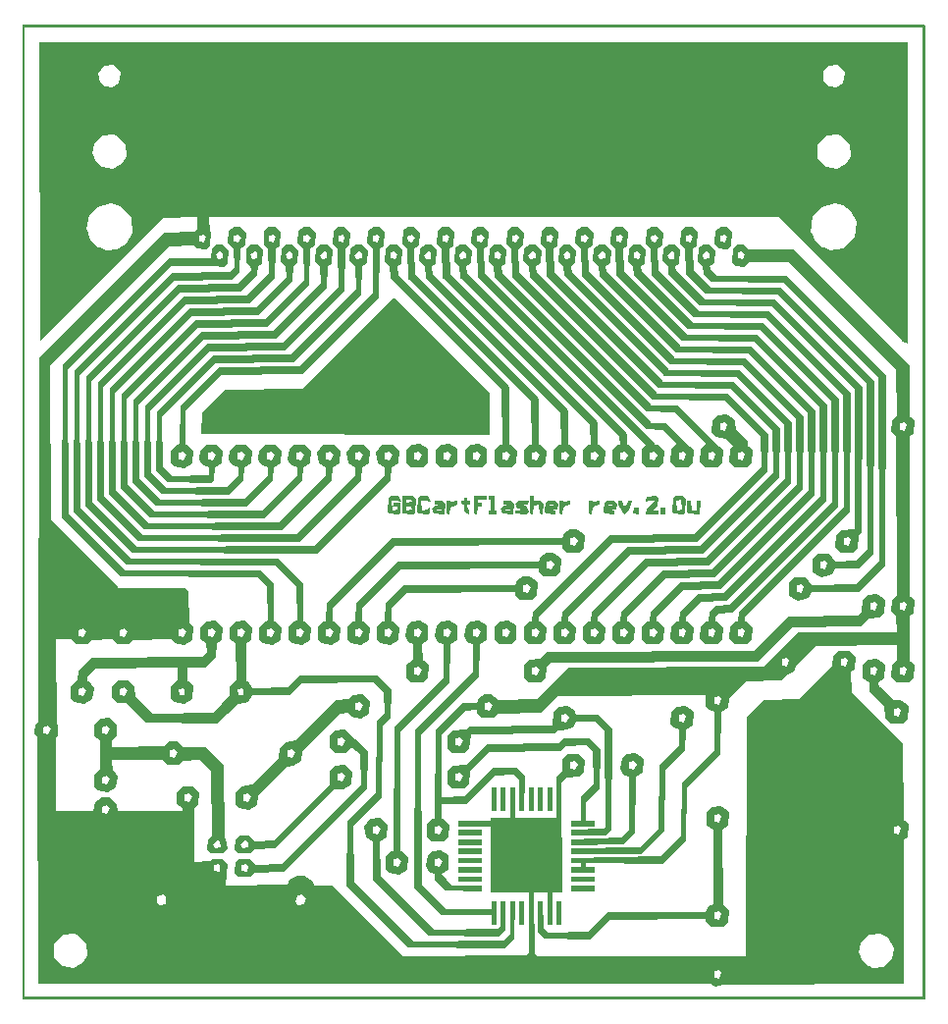
<source format=gbr>
G04 Created by reaConverter (www.reaconverter.com)*
%FSLAX44Y44*%
%MOIN*%
%ADD10C,0.001*%
%LNEXPORT*%
D02*
D10*
%LPD*%
G36*
X57133Y74967D02*
Y74933D01*
X57167D01*
Y41867D01*
X26500D01*
Y74967D01*
X57133D01*
G37*
%LPC*%
G36*
X57067Y74867D02*
X26567D01*
Y41967D01*
X57067D01*
Y74867D01*
G37*
%LPD*%
G36*
X56567Y74367D02*
Y64133D01*
X56400Y64200D01*
X52200Y68433D01*
X32833D01*
X32867Y67933D01*
X32900D01*
X32867Y67433D01*
X32733Y67333D01*
X32400Y67367D01*
X32333Y67467D01*
X31467Y67433D01*
X27433Y63400D01*
X27467Y58133D01*
X27500D01*
X29767Y55833D01*
X32000D01*
X32133Y55733D01*
X32167Y54633D01*
X32200D01*
X32300Y54500D01*
X32267Y54067D01*
X32000Y53900D01*
X31667Y53967D01*
X31567Y54100D01*
X30233Y54067D01*
X30100Y53933D01*
X29733D01*
X29567Y54100D01*
X28833Y54067D01*
X28700Y53933D01*
X28333D01*
X28167Y54100D01*
X27633D01*
X27667Y51200D01*
X27700D01*
Y50800D01*
X27633Y50767D01*
Y48267D01*
X28900D01*
X28967Y48567D01*
X29200Y48733D01*
X29433D01*
X29700Y48500D01*
X29733Y48267D01*
X31933D01*
Y48367D01*
X31733Y48500D01*
Y48900D01*
X31933Y49100D01*
X32300D01*
X32500Y48900D01*
X32467Y48467D01*
X32333Y48367D01*
Y46533D01*
X32867Y46567D01*
X32933Y46633D01*
X33300D01*
X33467Y46433D01*
X33433Y46133D01*
X33400Y45733D01*
X35500Y45767D01*
X35567Y45933D01*
X35833Y46067D01*
X36067D01*
X36367Y45867D01*
X36400Y45733D01*
X37033D01*
X39433Y43333D01*
X43600Y43367D01*
X43700Y43467D01*
Y45500D01*
X42400D01*
Y47733D01*
X41300D01*
Y47933D01*
X42400D01*
Y48033D01*
X43067D01*
Y49067D01*
X43233D01*
Y48033D01*
X44633D01*
Y49433D01*
X44833Y49600D01*
Y50033D01*
X45000Y50200D01*
X45400D01*
X45600Y50000D01*
X45567Y49567D01*
X45400Y49433D01*
X44967Y49400D01*
X44800Y49233D01*
X44833Y45500D01*
X44500D01*
Y44400D01*
X44333D01*
Y45500D01*
X43867D01*
X43900Y43400D01*
X43933D01*
X43967Y43333D01*
X51067D01*
X51100Y51467D01*
X51700Y52033D01*
X52867Y52067D01*
X54000Y53200D01*
X54033Y53533D01*
X54200Y53700D01*
X54600D01*
X54800Y53500D01*
X54767Y53067D01*
X54633Y53000D01*
X54667Y52267D01*
X54700D01*
X56400Y50567D01*
X56433Y47933D01*
X56500D01*
X56600Y47800D01*
X56567Y47367D01*
X56433Y47300D01*
Y42400D01*
X50300Y42367D01*
X50033Y42300D01*
X49867Y42400D01*
X27033D01*
X27000Y50767D01*
X26900Y50900D01*
X26933Y51200D01*
X27033Y51300D01*
X27067Y63667D01*
X31300Y67900D01*
X32333Y67933D01*
X32433Y68033D01*
Y68433D01*
X31300Y68400D01*
X27100Y64233D01*
X27067Y74367D01*
X56567D01*
G37*
%LPC*%
G36*
X50167Y42867D02*
X50000Y42833D01*
Y42600D01*
X50033D01*
X50167Y42567D01*
X50233Y42800D01*
X50167Y42867D01*
G37*
%LPC*%
G36*
X55633Y44100D02*
X55267Y44067D01*
X54967Y43800D01*
X54900Y43433D01*
X54933D01*
X55000Y43200D01*
X55033D01*
X55200Y43000D01*
X55267D01*
X55367Y42933D01*
X55733Y42967D01*
X56033Y43233D01*
X56100Y43600D01*
X55900Y43967D01*
X55633Y44100D01*
G37*
%LPC*%
G36*
X28267Y44100D02*
X27867Y44067D01*
X27567Y43767D01*
Y43267D01*
X27600D01*
X27833Y43000D01*
X27900D01*
X28233Y42933D01*
X28567Y43133D01*
X28700Y43367D01*
X28667Y43767D01*
X28367Y44067D01*
X28267Y44100D01*
G37*
%LPD*%
G36*
X45933Y45733D02*
Y45533D01*
X45133D01*
Y45733D01*
X45933D01*
G37*
%LPC*%
G36*
X36000Y45433D02*
X35833Y45400D01*
X35767Y45167D01*
X35800D01*
X35833Y45067D01*
X36067Y45100D01*
X36133Y45300D01*
X36000Y45433D01*
G37*
%LPC*%
G36*
X31300Y45433D02*
X31067Y45367D01*
Y45133D01*
X31100D01*
X31133Y45067D01*
X31367Y45100D01*
Y45367D01*
X31300Y45433D01*
G37*
%LPD*%
G36*
X50200Y48433D02*
X50433Y48300D01*
X50500Y48200D01*
X50467Y47767D01*
X50267Y47633D01*
X50300Y45067D01*
X50333D01*
X50500Y44900D01*
X50467Y44467D01*
X50300Y44333D01*
X49900D01*
X49700Y44533D01*
Y44600D01*
X46433Y44567D01*
X45800Y43900D01*
X44200Y43933D01*
X44000Y44167D01*
Y45200D01*
X44167D01*
X44200Y44267D01*
X44233D01*
X44333Y44133D01*
X45700Y44167D01*
X46367Y44833D01*
X49700D01*
X49800Y45033D01*
X49967Y45100D01*
Y47633D01*
X49733Y47767D01*
Y48233D01*
X49900Y48400D01*
X50200Y48433D01*
G37*
%LPC*%
G36*
X50167Y44867D02*
X50000Y44833D01*
Y44600D01*
X50033D01*
X50167Y44567D01*
X50233Y44800D01*
X50167Y44867D01*
G37*
%LPD*%
G36*
X44800Y45200D02*
Y44400D01*
X44633D01*
Y45200D01*
X44800D01*
G37*
%LPD*%
G36*
X43533Y45200D02*
Y44400D01*
X43367D01*
Y45200D01*
X43533D01*
G37*
%LPD*%
G36*
X42100Y46667D02*
Y46500D01*
X41300D01*
Y46667D01*
X42100D01*
G37*
%LPD*%
G36*
X41000Y54733D02*
X41267Y54567D01*
Y54067D01*
X41033Y53933D01*
X41000Y52600D01*
X39333Y50967D01*
Y46900D01*
X39400D01*
X39600Y46700D01*
X39567Y46267D01*
X39300Y46100D01*
X38967Y46167D01*
X38833Y46300D01*
Y46733D01*
X39000Y46900D01*
X39100D01*
X39133Y51133D01*
X40800Y52767D01*
Y53933D01*
X40600Y54000D01*
X40500Y54200D01*
X40567Y54567D01*
X40700Y54700D01*
X41000Y54733D01*
G37*
%LPC*%
G36*
X39267Y46667D02*
X39100Y46633D01*
Y46400D01*
X39167D01*
X39267Y46367D01*
X39367Y46567D01*
X39267Y46667D01*
G37*
%LPD*%
G36*
X40700Y46933D02*
X40967Y46767D01*
Y46267D01*
X40733Y46133D01*
X41067Y45733D01*
X42100D01*
Y45533D01*
X40867Y45567D01*
X40500Y45933D01*
Y46133D01*
X40300Y46200D01*
X40200Y46400D01*
X40267Y46767D01*
X40400Y46900D01*
X40700Y46933D01*
G37*
%LPC*%
G36*
X40667Y46667D02*
X40500Y46633D01*
Y46400D01*
X40533D01*
X40667Y46367D01*
X40767Y46567D01*
X40667Y46667D01*
G37*
%LPD*%
G36*
X37433Y51033D02*
X37700Y50800D01*
X37767Y50700D01*
X37833D01*
X38233Y50267D01*
X38200Y49000D01*
X35367Y46200D01*
X34367Y46167D01*
X34267Y46033D01*
X33833D01*
X33700Y46167D01*
X33733Y46533D01*
X33867Y46633D01*
X34233D01*
X34400Y46433D01*
X35300Y46467D01*
X38000Y49167D01*
X37967Y50200D01*
X37667Y50433D01*
X37500Y50233D01*
X37133D01*
X36933Y50400D01*
Y50833D01*
X37100Y51000D01*
X37433Y51033D01*
G37*
%LPC*%
G36*
X34100Y46467D02*
X33933Y46433D01*
Y46233D01*
X33967D01*
X34133Y46200D01*
X34167Y46367D01*
X34100Y46467D01*
G37*
%LPC*%
G36*
X33167Y46467D02*
X33000Y46433D01*
Y46233D01*
X33033D01*
X33200Y46200D01*
Y46433D01*
X33167Y46467D01*
G37*
%LPD*%
G36*
X42100Y46367D02*
Y46167D01*
X41300D01*
Y46367D01*
X42100D01*
G37*
%LPD*%
G36*
X45933Y46033D02*
Y45867D01*
X45133D01*
Y46033D01*
X45933D01*
G37*
%LPD*%
G36*
X42100Y46033D02*
Y45867D01*
X41300D01*
Y46033D01*
X42100D01*
G37*
%LPD*%
G36*
X38633Y48033D02*
X38900Y47800D01*
X38867Y47367D01*
X38633Y47233D01*
X38667Y46033D01*
X38700D01*
X40467Y44233D01*
X42633Y44267D01*
X42733Y44367D01*
Y45200D01*
X42900D01*
Y44233D01*
X42700Y44000D01*
X40300Y44033D01*
X38400Y45933D01*
Y47233D01*
X38167Y47367D01*
X38100Y47733D01*
X38300Y48000D01*
X38633Y48033D01*
G37*
%LPC*%
G36*
X38567Y47767D02*
X38400Y47733D01*
Y47500D01*
X38467D01*
X38567Y47467D01*
X38667Y47667D01*
X38567Y47767D01*
G37*
%LPC*%
G36*
X56267Y47767D02*
X56100Y47733D01*
Y47500D01*
X56133D01*
X56267Y47467D01*
X56333Y47700D01*
X56267Y47767D01*
G37*
%LPD*%
G36*
X51000Y67500D02*
X51167Y67333D01*
X52700D01*
X56633Y63400D01*
Y61633D01*
X56700D01*
X56800Y61500D01*
X56767Y61067D01*
X56633Y61000D01*
Y55533D01*
X56700D01*
X56800Y55400D01*
X56767Y54967D01*
X56633Y54900D01*
Y53333D01*
X56700D01*
X56800Y53200D01*
X56767Y52767D01*
X56600Y52633D01*
X56200D01*
X56000Y52833D01*
X56033Y53233D01*
X56200Y53367D01*
Y53900D01*
X53433Y53867D01*
X52800Y53233D01*
X52700Y53000D01*
X52433Y52867D01*
X52267Y52700D01*
X51067Y52667D01*
X50500Y52100D01*
X50467Y51767D01*
X50233Y51633D01*
X50200Y50167D01*
X49067Y49067D01*
X49033Y47233D01*
X48233Y46467D01*
X45633Y46500D01*
Y46367D01*
X45933D01*
Y46167D01*
X45133D01*
Y46367D01*
X45467D01*
Y46500D01*
X45133D01*
Y46667D01*
X48167Y46733D01*
X48867Y47433D01*
X48900Y49233D01*
X50000Y50300D01*
Y51633D01*
X49767Y51733D01*
X49700Y51833D01*
Y52200D01*
X44667Y52167D01*
X44133Y51600D01*
X42633Y51567D01*
X42500Y51433D01*
X42100D01*
X41933Y51600D01*
Y51700D01*
X41533Y51667D01*
X40733Y50867D01*
Y48733D01*
X41500Y48767D01*
X42467Y49733D01*
X43267D01*
X43567Y49467D01*
X43533Y48267D01*
X43367D01*
Y49333D01*
X43167Y49500D01*
X42533Y49467D01*
X41600Y48500D01*
X40733D01*
Y48000D01*
X40800D01*
X41000Y47800D01*
X40967Y47367D01*
X40800Y47233D01*
X40400D01*
X40233Y47400D01*
Y47833D01*
X40400Y48000D01*
X40500D01*
X40533Y51033D01*
X41467Y51933D01*
X41933D01*
X42000Y52100D01*
X42200Y52233D01*
X42400D01*
X42667Y52033D01*
X43967Y52067D01*
X45033Y53133D01*
X51667Y53167D01*
X52833Y54333D01*
X56200D01*
X56167Y54900D01*
X56000Y55033D01*
X56033Y55433D01*
X56200Y55567D01*
X56167Y61000D01*
X56000Y61133D01*
X56033Y61533D01*
X56200Y61667D01*
X56167Y63267D01*
X52533Y66900D01*
X51167D01*
X51033Y66733D01*
X50700Y66767D01*
X50600Y66900D01*
X50633Y67367D01*
X50800Y67500D01*
X51000D01*
G37*
%LPC*%
G36*
X40667Y47767D02*
X40500Y47733D01*
Y47500D01*
X40533D01*
X40667Y47467D01*
X40767Y47667D01*
X40667Y47767D01*
G37*
%LPD*%
G36*
X42100Y47633D02*
Y47433D01*
X41300D01*
Y47633D01*
X42100D01*
G37*
%LPD*%
G36*
X42100Y47300D02*
Y47100D01*
X41300D01*
Y47300D01*
X42100D01*
G37*
%LPD*%
G36*
X37433Y49833D02*
X37700Y49600D01*
X37667Y49167D01*
X37400Y49000D01*
X37067D01*
X35100Y47000D01*
X34367Y46967D01*
X34267Y46833D01*
X33833D01*
X33700Y46967D01*
X33733Y47300D01*
X33900Y47433D01*
X34200D01*
X34400Y47233D01*
X35033Y47267D01*
X36933Y49167D01*
Y49633D01*
X37100Y49800D01*
X37433Y49833D01*
G37*
%LPC*%
G36*
X34067Y47267D02*
X33900Y47133D01*
X33967Y47000D01*
X34167Y47033D01*
Y47200D01*
X34067Y47267D01*
G37*
%LPD*%
G36*
X29433Y51433D02*
X29700Y51200D01*
Y50800D01*
X29533Y50667D01*
Y50433D01*
X31300Y50467D01*
X31500Y50633D01*
X31733D01*
X31967Y50433D01*
X32700D01*
X33333Y49833D01*
X33367Y47333D01*
X33400D01*
X33467Y47000D01*
X33333Y46833D01*
X32900D01*
X32767Y46967D01*
X32800Y47300D01*
X32933Y47400D01*
X32900Y49633D01*
X32533Y50000D01*
X31933Y49967D01*
X31800Y49833D01*
X31433D01*
X31267Y50000D01*
X29533D01*
X29567Y49633D01*
X29600D01*
X29733Y49433D01*
X29667Y49067D01*
X29400Y48900D01*
X29067Y48967D01*
X28933Y49100D01*
Y49500D01*
X29133Y49667D01*
Y50667D01*
X28933Y50800D01*
Y51200D01*
X29133Y51400D01*
X29433Y51433D01*
G37*
%LPC*%
G36*
X33133Y47267D02*
X32967Y47133D01*
X33033Y47000D01*
X33233Y47033D01*
X33200Y47233D01*
X33133Y47267D01*
G37*
%LPD*%
G36*
X42100Y47000D02*
Y46800D01*
X41300D01*
Y47000D01*
X42100D01*
G37*
%LPD*%
G36*
X38033Y52233D02*
X38300Y52000D01*
X38267Y51567D01*
X38000Y51400D01*
X37667Y51467D01*
X37567Y51600D01*
X37267Y51567D01*
X36000Y50300D01*
X35967Y49967D01*
X35700Y49800D01*
X35467Y49767D01*
X34500Y48767D01*
X34467Y48467D01*
X34200Y48300D01*
X33867Y48367D01*
X33733Y48500D01*
Y48900D01*
X33933Y49100D01*
X34300Y49167D01*
X35200Y50067D01*
X35233Y50400D01*
X35433Y50600D01*
X35767Y50667D01*
X37133Y52033D01*
X37600Y52067D01*
X37700Y52200D01*
X38033Y52233D01*
G37*
%LPC*%
G36*
X34167Y48867D02*
X34000Y48833D01*
Y48600D01*
X34067D01*
X34167Y48567D01*
X34267Y48767D01*
X34167Y48867D01*
G37*
%LPC*%
G36*
X32167Y48867D02*
X32000Y48833D01*
Y48600D01*
X32067D01*
X32167Y48567D01*
X32267Y48767D01*
X32167Y48867D01*
G37*
%LPC*%
G36*
X29367Y48467D02*
X29200Y48400D01*
Y48200D01*
X29267D01*
X29367Y48167D01*
X29467Y48367D01*
X29367Y48467D01*
G37*
%LPC*%
G36*
X50167Y48167D02*
X50000Y48133D01*
Y47900D01*
X50033D01*
X50167Y47867D01*
X50233Y48100D01*
X50167Y48167D01*
G37*
%LPD*%
G36*
X47300Y50233D02*
X47533Y50100D01*
X47600Y50000D01*
X47567Y49567D01*
X47333Y49433D01*
X47300Y47500D01*
X46900Y47133D01*
X45133Y47100D01*
Y47300D01*
X46833Y47367D01*
X47100Y47633D01*
Y49433D01*
X46900Y49500D01*
X46800Y49700D01*
X46867Y50067D01*
X47000Y50200D01*
X47300Y50233D01*
G37*
%LPC*%
G36*
X47267Y49967D02*
X47100Y49933D01*
Y49700D01*
X47133D01*
X47267Y49667D01*
X47367Y49833D01*
X47267Y49967D01*
G37*
%LPC*%
G36*
X45267Y49967D02*
X45100Y49933D01*
Y49700D01*
X45133D01*
X45267Y49667D01*
X45367Y49833D01*
X45267Y49967D01*
G37*
%LPC*%
G36*
X37367Y49567D02*
X37200Y49533D01*
Y49300D01*
X37267D01*
X37367Y49267D01*
X37467Y49467D01*
X37367Y49567D01*
G37*
%LPD*%
G36*
X45767Y50733D02*
X46133Y50367D01*
X46100Y49000D01*
X45633Y48567D01*
Y47933D01*
X45933D01*
Y47733D01*
X45133D01*
Y47933D01*
X45467D01*
Y48767D01*
X45900Y49167D01*
X45867Y50300D01*
X45667Y50500D01*
X44933Y50467D01*
X44800Y50300D01*
X42333Y50267D01*
X41700Y49633D01*
X41667Y49167D01*
X41500Y49033D01*
X41100D01*
X40933Y49200D01*
Y49633D01*
X41100Y49800D01*
X41567Y49833D01*
X42267Y50533D01*
X44700Y50567D01*
X44867Y50733D01*
X45767D01*
G37*
%LPC*%
G36*
X41367Y49567D02*
X41200Y49533D01*
Y49300D01*
X41233D01*
X41367Y49267D01*
X41467Y49467D01*
X41367Y49567D01*
G37*
%LPC*%
G36*
X29367Y49467D02*
X29200Y49400D01*
Y49200D01*
X29267D01*
X29367Y49167D01*
X29467Y49367D01*
X29367Y49467D01*
G37*
%LPD*%
G36*
X44500Y49067D02*
Y48267D01*
X44333D01*
Y49067D01*
X44500D01*
G37*
%LPD*%
G36*
X44167Y49067D02*
Y48267D01*
X44000D01*
Y49067D01*
X44167D01*
G37*
%LPD*%
G36*
X43867Y49067D02*
Y48267D01*
X43700D01*
Y49067D01*
X43867D01*
G37*
%LPD*%
G36*
X42900Y49067D02*
Y48267D01*
X42733D01*
Y49067D01*
X42900D01*
G37*
%LPD*%
G36*
X42600Y49067D02*
Y48267D01*
X42433D01*
Y49067D01*
X42600D01*
G37*
%LPC*%
G36*
X37367Y50767D02*
X37200Y50733D01*
Y50500D01*
X37267D01*
X37367Y50467D01*
X37467Y50667D01*
X37367Y50767D01*
G37*
%LPD*%
G36*
X45000Y51833D02*
X45233Y51700D01*
X45300Y51533D01*
X46067D01*
X46533Y51067D01*
X46500Y47600D01*
X46300Y47433D01*
X45133D01*
Y47633D01*
X46233Y47667D01*
X46300Y47733D01*
X46267Y51000D01*
X45967Y51300D01*
X45300D01*
X45200Y51100D01*
X44833Y51000D01*
X44667D01*
X44600Y50900D01*
X41733Y50867D01*
X41667Y50367D01*
X41500Y50233D01*
X41100D01*
X40933Y50400D01*
Y50833D01*
X41100Y51000D01*
X41567Y51033D01*
X41667Y51133D01*
X44500Y51167D01*
X44533Y51633D01*
X44700Y51800D01*
X45000Y51833D01*
G37*
%LPC*%
G36*
X41367Y50767D02*
X41200Y50733D01*
Y50500D01*
X41233D01*
X41367Y50467D01*
X41467Y50667D01*
X41367Y50767D01*
G37*
%LPC*%
G36*
X35667Y50367D02*
X35500Y50333D01*
Y50100D01*
X35567D01*
X35667Y50067D01*
X35767Y50267D01*
X35667Y50367D01*
G37*
%LPC*%
G36*
X31667Y50367D02*
X31500Y50333D01*
Y50100D01*
X31567D01*
X31667Y50067D01*
X31767Y50267D01*
X31667Y50367D01*
G37*
%LPC*%
G36*
X50167Y52167D02*
X50000Y52133D01*
Y51900D01*
X50033D01*
X50167Y51867D01*
X50233Y52100D01*
X50167Y52167D01*
G37*
%LPC*%
G36*
X37967Y51967D02*
X37800Y51933D01*
Y51700D01*
X37867D01*
X37967Y51667D01*
X38067Y51867D01*
X37967Y51967D01*
G37*
%LPC*%
G36*
X42367Y51967D02*
X42200Y51933D01*
Y51700D01*
X42233D01*
X42367Y51667D01*
X42467Y51867D01*
X42367Y51967D01*
G37*
%LPD*%
G36*
X55500Y53433D02*
X55733Y53300D01*
X55800Y53200D01*
X55767Y52767D01*
X55567Y52633D01*
X55600Y52467D01*
X55633D01*
X56100Y52033D01*
X56300D01*
X56533Y51900D01*
X56600Y51800D01*
X56567Y51367D01*
X56400Y51233D01*
X56000D01*
X55800Y51433D01*
X55767Y51833D01*
X55267Y52300D01*
Y52633D01*
X55033Y52767D01*
Y53233D01*
X55200Y53400D01*
X55500Y53433D01*
G37*
%LPC*%
G36*
X56267Y51767D02*
X56100Y51733D01*
Y51500D01*
X56133D01*
X56267Y51467D01*
X56333Y51700D01*
X56267Y51767D01*
G37*
%LPD*%
G36*
X49000Y51833D02*
X49233Y51700D01*
X49300Y51600D01*
X49267Y51167D01*
X49033Y51033D01*
X49000Y50300D01*
X48333Y49667D01*
X48300Y47567D01*
X47500Y46800D01*
X45133D01*
Y47000D01*
X47467Y47033D01*
X48100Y47667D01*
X48133Y49833D01*
X48800Y50467D01*
Y51033D01*
X48567Y51133D01*
X48500Y51233D01*
X48533Y51633D01*
X48700Y51800D01*
X49000Y51833D01*
G37*
%LPC*%
G36*
X48967Y51567D02*
X48800Y51533D01*
Y51300D01*
X48833D01*
X48967Y51267D01*
X49033Y51500D01*
X48967Y51567D01*
G37*
%LPC*%
G36*
X44967Y51567D02*
X44800Y51533D01*
Y51300D01*
X44833D01*
X44967Y51267D01*
X45067Y51433D01*
X44967Y51567D01*
G37*
%LPC*%
G36*
X29367Y51167D02*
X29200Y51100D01*
Y50900D01*
X29267D01*
X29367Y50867D01*
X29467Y51067D01*
X29367Y51167D01*
G37*
%LPC*%
G36*
X27367Y51167D02*
X27200Y51100D01*
Y50900D01*
X27267D01*
X27367Y50867D01*
X27467Y51067D01*
X27367Y51167D01*
G37*
%LPC*%
G36*
X56467Y53167D02*
X56300Y53133D01*
Y52900D01*
X56333D01*
X56467Y52867D01*
X56533Y53100D01*
X56467Y53167D01*
G37*
%LPC*%
G36*
X55467Y53167D02*
X55300Y53133D01*
Y52900D01*
X55333D01*
X55467Y52867D01*
X55533Y53100D01*
X55467Y53167D01*
G37*
%LPD*%
G36*
X55500Y55633D02*
X55733Y55500D01*
X55800Y55400D01*
X55767Y54967D01*
X55600Y54833D01*
X55233Y54800D01*
X54967Y54533D01*
X52633Y54500D01*
X51467Y53333D01*
X44433Y53300D01*
X44300Y53167D01*
X44267Y52767D01*
X44100Y52633D01*
X43700D01*
X43533Y52800D01*
Y53233D01*
X43700Y53400D01*
X44100Y53433D01*
X44300Y53667D01*
X51367Y53700D01*
X52500Y54867D01*
X54867Y54900D01*
X55000Y55033D01*
X55033Y55433D01*
X55200Y55600D01*
X55500Y55633D01*
G37*
%LPC*%
G36*
X43967Y53167D02*
X43800Y53133D01*
Y52900D01*
X43833D01*
X43967Y52867D01*
X44067Y53067D01*
X43967Y53167D01*
G37*
%LPD*%
G36*
X40000Y54733D02*
X40267Y54567D01*
Y54067D01*
X40067Y53933D01*
X40100Y53367D01*
X40167D01*
X40300Y53200D01*
X40267Y52767D01*
X40100Y52633D01*
X39700D01*
X39533Y52800D01*
Y53233D01*
X39767Y53400D01*
Y53933D01*
X39600Y54000D01*
X39500Y54200D01*
X39567Y54567D01*
X39700Y54700D01*
X40000Y54733D01*
G37*
%LPC*%
G36*
X39967Y53167D02*
X39800Y53133D01*
Y52900D01*
X39833D01*
X39967Y52867D01*
X40067Y53067D01*
X39967Y53167D01*
G37*
%LPD*%
G36*
X34033Y54733D02*
X34300Y54500D01*
X34267Y54067D01*
X34100Y53967D01*
Y52667D01*
X34167D01*
X34300Y52433D01*
X35533Y52467D01*
X35900Y52867D01*
X38567D01*
X39033Y52367D01*
X39000Y51400D01*
X38733Y51167D01*
X38700Y48700D01*
X37733Y47767D01*
X37767Y45833D01*
X37800D01*
X39767Y43833D01*
X42833Y43867D01*
X43067Y44100D01*
Y45200D01*
X43233D01*
X43200Y43933D01*
X42900Y43600D01*
X39600Y43633D01*
X37500Y45733D01*
X37533Y47933D01*
X38500Y48867D01*
X38533Y51333D01*
X38800Y51567D01*
X38767Y52300D01*
X38433Y52633D01*
X35967Y52600D01*
X35600Y52200D01*
X34300D01*
X34167Y51967D01*
X33833Y51900D01*
X33100Y51233D01*
X30700Y51267D01*
X30000Y51933D01*
X29733D01*
X29533Y52100D01*
Y52500D01*
X29733Y52700D01*
X30100D01*
X30300Y52500D01*
X30333Y52133D01*
X30367D01*
X30900Y51567D01*
X33000Y51600D01*
X33533Y52200D01*
Y52500D01*
X33767Y52700D01*
X33733Y53967D01*
X33533Y54100D01*
Y54500D01*
X33733Y54700D01*
X34033Y54733D01*
G37*
%LPC*%
G36*
X33967Y52433D02*
X33800Y52400D01*
X33833Y52200D01*
X34000D01*
Y52400D01*
X33967Y52433D01*
G37*
%LPD*%
G36*
X33033Y54733D02*
X33300Y54500D01*
X33267Y54067D01*
X33100Y53967D01*
X33067Y53467D01*
X32700Y53133D01*
X32100D01*
Y52667D01*
X32167D01*
X32300Y52500D01*
X32267Y52067D01*
X32000Y51900D01*
X31667Y51967D01*
X31533Y52100D01*
Y52500D01*
X31767Y52700D01*
Y53133D01*
X28967Y53100D01*
X28700Y52833D01*
Y52667D01*
X28767D01*
X28933Y52433D01*
X28867Y52067D01*
X28600Y51900D01*
X28267Y51967D01*
X28133Y52100D01*
Y52500D01*
X28367Y52700D01*
X28400Y53033D01*
X28833Y53467D01*
X32600Y53500D01*
X32767Y53667D01*
X32733Y53967D01*
X32533Y54100D01*
Y54500D01*
X32733Y54700D01*
X33033Y54733D01*
G37*
%LPC*%
G36*
X31967Y52433D02*
X31800Y52400D01*
X31833Y52200D01*
X32000D01*
Y52400D01*
X31967Y52433D01*
G37*
%LPC*%
G36*
X29967Y52467D02*
X29800Y52400D01*
Y52200D01*
X29867D01*
X29967Y52167D01*
X30067Y52367D01*
X29967Y52467D01*
G37*
%LPC*%
G36*
X28567Y52467D02*
X28400Y52400D01*
Y52200D01*
X28467D01*
X28567Y52167D01*
X28667Y52367D01*
X28567Y52467D01*
G37*
%LPC*%
G36*
X54467Y53467D02*
X54300Y53433D01*
Y53200D01*
X54333D01*
X54467Y53167D01*
X54533Y53400D01*
X54467Y53467D01*
G37*
%LPC*%
G36*
X52467Y53467D02*
X52300Y53433D01*
Y53200D01*
X52333D01*
X52467Y53167D01*
X52533Y53400D01*
X52467Y53467D01*
G37*
%LPC*%
G36*
X56467Y55367D02*
X56300Y55333D01*
Y55100D01*
X56333D01*
X56467Y55067D01*
X56533Y55300D01*
X56467Y55367D01*
G37*
%LPC*%
G36*
X55467Y55367D02*
X55300Y55333D01*
Y55100D01*
X55333D01*
X55467Y55067D01*
X55533Y55300D01*
X55467Y55367D01*
G37*
%LPD*%
G36*
X43700Y56233D02*
X43933Y56100D01*
X44000Y56000D01*
X43967Y55567D01*
X43800Y55433D01*
X43400D01*
X43233Y55600D01*
Y55700D01*
X39533Y55667D01*
X39033Y55167D01*
Y54700D01*
X39100D01*
X39300Y54500D01*
X39267Y54067D01*
X39000Y53900D01*
X38667Y53967D01*
X38533Y54100D01*
Y54533D01*
X38700Y54700D01*
X38800D01*
X38833Y55333D01*
X39467Y55933D01*
X43233D01*
X43300Y56100D01*
X43500Y56233D01*
X43700D01*
G37*
%LPC*%
G36*
X38967Y54467D02*
X38800Y54433D01*
Y54200D01*
X38867D01*
X38967Y54167D01*
X39067Y54367D01*
X38967Y54467D01*
G37*
%LPD*%
G36*
X44500Y57033D02*
X44733Y56900D01*
X44800Y56800D01*
X44767Y56367D01*
X44600Y56233D01*
X44200D01*
X44033Y56400D01*
Y56500D01*
X39333Y56467D01*
X38033Y55167D01*
Y54700D01*
X38100D01*
X38300Y54500D01*
X38267Y54067D01*
X38000Y53900D01*
X37667Y53967D01*
X37533Y54100D01*
Y54533D01*
X37700Y54700D01*
X37800D01*
X37833Y55333D01*
X39267Y56733D01*
X44033D01*
X44100Y56900D01*
X44300Y57033D01*
X44500D01*
G37*
%LPC*%
G36*
X37967Y54467D02*
X37800Y54433D01*
Y54200D01*
X37867D01*
X37967Y54167D01*
X38067Y54367D01*
X37967Y54467D01*
G37*
%LPD*%
G36*
X45300Y57833D02*
X45533Y57700D01*
X45600Y57600D01*
X45567Y57167D01*
X45400Y57033D01*
X45000D01*
X44833Y57200D01*
Y57300D01*
X39133Y57267D01*
X37033Y55167D01*
Y54700D01*
X37100D01*
X37300Y54500D01*
X37267Y54067D01*
X37000Y53900D01*
X36667Y53967D01*
X36533Y54100D01*
Y54533D01*
X36700Y54700D01*
X36800D01*
X36833Y55333D01*
X39067Y57533D01*
X44833D01*
X44900Y57700D01*
X45100Y57833D01*
X45300D01*
G37*
%LPC*%
G36*
X36967Y54467D02*
X36800Y54433D01*
Y54200D01*
X36867D01*
X36967Y54167D01*
X37067Y54367D01*
X36967Y54467D01*
G37*
%LPD*%
G36*
X33867Y68100D02*
X34100Y67900D01*
X34067Y67467D01*
X33900Y67367D01*
X33867Y66567D01*
X33600Y66300D01*
X31633Y66267D01*
X28433Y63067D01*
X28467Y58533D01*
X28500D01*
X30167Y56833D01*
X35200D01*
X36033Y56000D01*
Y54700D01*
X36100D01*
X36300Y54500D01*
X36267Y54067D01*
X36000Y53900D01*
X35667Y53967D01*
X35533Y54100D01*
Y54533D01*
X35700Y54700D01*
X35833Y54733D01*
X35800Y55900D01*
X35100Y56600D01*
X30033Y56633D01*
X28233Y58433D01*
X28267Y63233D01*
X31567Y66533D01*
X33533Y66567D01*
X33700Y66733D01*
X33667Y67367D01*
X33467Y67533D01*
X33500Y67967D01*
X33700Y68100D01*
X33867D01*
G37*
%LPC*%
G36*
X35967Y54467D02*
X35800Y54433D01*
Y54200D01*
X35867D01*
X35967Y54167D01*
X36067Y54367D01*
X35967Y54467D01*
G37*
%LPD*%
G36*
X33300Y67500D02*
X33500Y67300D01*
X33467Y66867D01*
X33333Y66733D01*
X33000Y66767D01*
X31533D01*
X28033Y63267D01*
X28067Y58333D01*
X28100D01*
X29967Y56433D01*
X34600D01*
X35033Y56000D01*
Y54700D01*
X35100D01*
X35300Y54500D01*
X35267Y54067D01*
X35000Y53900D01*
X34667Y53967D01*
X34533Y54100D01*
Y54500D01*
X34733Y54700D01*
X34833Y54733D01*
X34800Y55900D01*
X34500Y56200D01*
X29833Y56233D01*
X27833Y58233D01*
X27867Y63433D01*
X31467Y67033D01*
X32900D01*
X32933Y67367D01*
X33100Y67500D01*
X33300D01*
G37*
%LPC*%
G36*
X34967Y54467D02*
X34800Y54433D01*
Y54200D01*
X34867D01*
X34967Y54167D01*
X35067Y54367D01*
X34967Y54467D01*
G37*
%LPC*%
G36*
X33967Y54467D02*
X33800Y54433D01*
Y54200D01*
X33867D01*
X33967Y54167D01*
X34067Y54367D01*
X33967Y54467D01*
G37*
%LPC*%
G36*
X32967Y54467D02*
X32800Y54433D01*
Y54200D01*
X32867D01*
X32967Y54167D01*
X33067Y54367D01*
X32967Y54467D01*
G37*
%LPC*%
G36*
X31967Y54467D02*
X31800Y54433D01*
Y54200D01*
X31867D01*
X31967Y54167D01*
X32067Y54367D01*
X31967Y54467D01*
G37*
%LPC*%
G36*
X29967Y54467D02*
X29800Y54400D01*
Y54200D01*
X29867D01*
X29967Y54167D01*
X30067Y54367D01*
X29967Y54467D01*
G37*
%LPC*%
G36*
X28567Y54467D02*
X28400Y54400D01*
Y54200D01*
X28467D01*
X28567Y54167D01*
X28667Y54367D01*
X28567Y54467D01*
G37*
%LPD*%
G36*
X48033Y68100D02*
X48267Y67900D01*
X48233Y67467D01*
X48067Y67367D01*
X48100Y66600D01*
X48133D01*
X49467Y65233D01*
X51867D01*
X54633Y62467D01*
X54600Y58400D01*
X51033Y54867D01*
Y54700D01*
X51100D01*
X51300Y54500D01*
X51267Y54067D01*
X51100Y53933D01*
X50700D01*
X50500Y54133D01*
X50533Y54533D01*
X50700Y54700D01*
X50800D01*
X50833Y55033D01*
X54400Y58567D01*
X54367Y62400D01*
X51767Y65000D01*
X49300Y65033D01*
X47867Y66467D01*
X47833Y67367D01*
X47667Y67500D01*
X47700Y68000D01*
X47867Y68100D01*
X48033D01*
G37*
%LPC*%
G36*
X50967Y54467D02*
X50800Y54433D01*
Y54200D01*
X50833D01*
X50967Y54167D01*
X51033Y54400D01*
X50967Y54467D01*
G37*
%LPD*%
G36*
X47467Y67500D02*
X47667Y67333D01*
X47633Y66833D01*
X47500Y66767D01*
X47533Y66567D01*
X47567D01*
X49267Y64833D01*
X51667D01*
X54233Y62267D01*
X54200Y58600D01*
X50600Y55000D01*
X50133Y54967D01*
X50033Y54867D01*
Y54700D01*
X50100D01*
X50300Y54500D01*
X50267Y54067D01*
X50100Y53933D01*
X49700D01*
X49500Y54133D01*
X49533Y54533D01*
X49700Y54700D01*
X49800D01*
X49833Y55033D01*
X50067Y55233D01*
X50500Y55267D01*
X54000Y58767D01*
X53967Y62200D01*
X51567Y64600D01*
X49100Y64633D01*
X47267Y66467D01*
X47233Y66767D01*
X47067Y66900D01*
X47100Y67367D01*
X47267Y67500D01*
X47467D01*
G37*
%LPC*%
G36*
X49967Y54467D02*
X49800Y54433D01*
Y54200D01*
X49833D01*
X49967Y54167D01*
X50033Y54400D01*
X49967Y54467D01*
G37*
%LPD*%
G36*
X46867Y68100D02*
X47067Y67933D01*
X47033Y67433D01*
X46900Y67367D01*
X46933Y66567D01*
X46967D01*
X49067Y64433D01*
X51467D01*
X53833Y62067D01*
X53800Y58800D01*
X50400Y55400D01*
X49533Y55367D01*
X49033Y54867D01*
Y54700D01*
X49100D01*
X49300Y54500D01*
X49267Y54067D01*
X49100Y53933D01*
X48700D01*
X48500Y54133D01*
X48533Y54533D01*
X48700Y54700D01*
X48800D01*
X48833Y55033D01*
X49467Y55633D01*
X50300Y55667D01*
X53600Y58967D01*
X53567Y62000D01*
X51367Y64200D01*
X48900Y64233D01*
X46667Y66467D01*
X46633Y67367D01*
X46467Y67533D01*
X46500Y67967D01*
X46667Y68100D01*
X46867D01*
G37*
%LPC*%
G36*
X48967Y54467D02*
X48800Y54433D01*
Y54200D01*
X48833D01*
X48967Y54167D01*
X49033Y54400D01*
X48967Y54467D01*
G37*
%LPD*%
G36*
X46267Y67500D02*
X46500Y67300D01*
X46467Y66867D01*
X46300Y66767D01*
X46333Y66567D01*
X46367D01*
X48867Y64033D01*
X51267D01*
X53433Y61867D01*
X53400Y59000D01*
X50200Y55800D01*
X48933Y55767D01*
X48033Y54867D01*
Y54700D01*
X48100D01*
X48300Y54500D01*
X48267Y54067D01*
X48100Y53933D01*
X47700D01*
X47533Y54100D01*
Y54533D01*
X47700Y54700D01*
X47800D01*
X47833Y55033D01*
X48867Y56033D01*
X50100Y56067D01*
X53200Y59167D01*
X53167Y61800D01*
X51167Y63800D01*
X48700Y63833D01*
X46100Y66433D01*
X46067Y66767D01*
X45867Y66933D01*
X45900Y67367D01*
X46100Y67500D01*
X46267D01*
G37*
%LPC*%
G36*
X47967Y54467D02*
X47800Y54433D01*
Y54200D01*
X47833D01*
X47967Y54167D01*
X48067Y54333D01*
X47967Y54467D01*
G37*
%LPD*%
G36*
X45667Y68100D02*
X45900Y67900D01*
X45867Y67467D01*
X45700Y67367D01*
X45733Y66567D01*
X45767D01*
X48667Y63633D01*
X51067D01*
X53033Y61667D01*
X53000Y59200D01*
X50000Y56200D01*
X48333Y56167D01*
X47033Y54867D01*
Y54700D01*
X47100D01*
X47300Y54500D01*
X47267Y54067D01*
X47100Y53933D01*
X46700D01*
X46533Y54100D01*
Y54533D01*
X46700Y54700D01*
X46800D01*
X46833Y55033D01*
X48267Y56433D01*
X49900Y56467D01*
X52800Y59367D01*
X52767Y61600D01*
X50967Y63400D01*
X48500Y63433D01*
X45500Y66433D01*
X45467Y67367D01*
X45267Y67533D01*
X45300Y67967D01*
X45500Y68100D01*
X45667D01*
G37*
%LPC*%
G36*
X46967Y54467D02*
X46800Y54433D01*
Y54200D01*
X46833D01*
X46967Y54167D01*
X47067Y54333D01*
X46967Y54467D01*
G37*
%LPD*%
G36*
X45100Y67500D02*
X45300Y67300D01*
X45267Y66867D01*
X45133Y66767D01*
X45167Y66533D01*
X45200D01*
X48467Y63233D01*
X50867D01*
X52633Y61467D01*
X52600Y59400D01*
X49800Y56600D01*
X47733Y56567D01*
X46033Y54867D01*
Y54700D01*
X46100D01*
X46300Y54500D01*
X46267Y54067D01*
X46100Y53933D01*
X45700D01*
X45533Y54100D01*
Y54533D01*
X45700Y54700D01*
X45800D01*
X45833Y55033D01*
X47667Y56833D01*
X49700Y56867D01*
X52400Y59567D01*
X52367Y61400D01*
X50767Y63000D01*
X48300Y63033D01*
X44900Y66467D01*
X44867Y66767D01*
X44700Y66900D01*
X44733Y67367D01*
X44900Y67500D01*
X45100D01*
G37*
%LPC*%
G36*
X45967Y54467D02*
X45800Y54433D01*
Y54200D01*
X45833D01*
X45967Y54167D01*
X46067Y54333D01*
X45967Y54467D01*
G37*
%LPD*%
G36*
X44500Y68100D02*
X44700Y67933D01*
X44667Y67433D01*
X44533Y67367D01*
X44567Y66533D01*
X44600D01*
X48267Y62833D01*
X50667D01*
X52233Y61267D01*
X52200Y59600D01*
X49600Y57000D01*
X47133Y56967D01*
X45033Y54867D01*
Y54700D01*
X45100D01*
X45300Y54500D01*
X45267Y54067D01*
X45100Y53933D01*
X44700D01*
X44533Y54100D01*
Y54533D01*
X44700Y54700D01*
X44800D01*
X44833Y55033D01*
X47067Y57233D01*
X49500Y57267D01*
X52000Y59767D01*
X51967Y61200D01*
X50567Y62600D01*
X48100Y62633D01*
X44300Y66433D01*
X44267Y67367D01*
X44100Y67533D01*
X44133Y67967D01*
X44300Y68100D01*
X44500D01*
G37*
%LPC*%
G36*
X44967Y54467D02*
X44800Y54433D01*
Y54200D01*
X44833D01*
X44967Y54167D01*
X45067Y54333D01*
X44967Y54467D01*
G37*
%LPD*%
G36*
X43900Y67500D02*
X44133Y67300D01*
X44100Y66867D01*
X43933Y66767D01*
X43967Y66533D01*
X44000D01*
X48067Y62433D01*
X50467D01*
X51833Y61067D01*
X51800Y59800D01*
X49400Y57400D01*
X46533Y57367D01*
X44033Y54867D01*
Y54700D01*
X44100D01*
X44300Y54500D01*
X44267Y54067D01*
X44100Y53933D01*
X43700D01*
X43533Y54100D01*
Y54533D01*
X43700Y54700D01*
X43800D01*
X43833Y55033D01*
X46467Y57633D01*
X49300Y57667D01*
X51600Y59967D01*
X51567Y61000D01*
X50367Y62200D01*
X47900Y62233D01*
X43733Y66400D01*
X43700Y66767D01*
X43500Y66933D01*
X43533Y67367D01*
X43733Y67500D01*
X43900D01*
G37*
%LPC*%
G36*
X43967Y54467D02*
X43800Y54433D01*
Y54200D01*
X43833D01*
X43967Y54167D01*
X44067Y54367D01*
X43967Y54467D01*
G37*
%LPD*%
G36*
X43000Y54733D02*
X43267Y54567D01*
Y54067D01*
X43100Y53933D01*
X42700D01*
X42533Y54100D01*
Y54533D01*
X42700Y54700D01*
X43000Y54733D01*
G37*
%LPC*%
G36*
X42967Y54467D02*
X42800Y54433D01*
Y54200D01*
X42833D01*
X42967Y54167D01*
X43067Y54367D01*
X42967Y54467D01*
G37*
%LPD*%
G36*
X42000Y54733D02*
X42267Y54567D01*
Y54067D01*
X42033Y53933D01*
X42000Y52800D01*
X40033Y50867D01*
X40067Y45733D01*
X40100D01*
X40867Y44933D01*
X42433D01*
Y45200D01*
X42600D01*
Y44400D01*
X42433D01*
Y44733D01*
X40733D01*
X39800Y45633D01*
X39833Y51033D01*
X41800Y52967D01*
Y53933D01*
X41600Y54000D01*
X41500Y54200D01*
X41567Y54567D01*
X41700Y54700D01*
X42000Y54733D01*
G37*
%LPC*%
G36*
X41967Y54467D02*
X41800Y54433D01*
Y54200D01*
X41833D01*
X41967Y54167D01*
X42067Y54367D01*
X41967Y54467D01*
G37*
%LPC*%
G36*
X40967Y54467D02*
X40800Y54433D01*
Y54200D01*
X40833D01*
X40967Y54167D01*
X41067Y54367D01*
X40967Y54467D01*
G37*
%LPC*%
G36*
X39967Y54467D02*
X39800Y54433D01*
Y54200D01*
X39833D01*
X39967Y54167D01*
X40067Y54367D01*
X39967Y54467D01*
G37*
%LPD*%
G36*
X49800Y67500D02*
X50033Y67300D01*
X50000Y66867D01*
X49833Y66767D01*
X49900Y66600D01*
X49933D01*
X50067Y66433D01*
X52467D01*
X55833Y63067D01*
X55800Y56600D01*
X54900Y55700D01*
X53300D01*
X53200Y55500D01*
X52833Y55400D01*
X52533Y55567D01*
Y56033D01*
X52700Y56200D01*
X53100D01*
X53300Y55933D01*
X54800Y55967D01*
X55600Y56767D01*
X55567Y63000D01*
X52367Y66200D01*
X49900Y66233D01*
X49633Y66500D01*
X49600Y66767D01*
X49433Y66900D01*
X49467Y67400D01*
X49633Y67500D01*
X49800D01*
G37*
%LPC*%
G36*
X52967Y55967D02*
X52800Y55933D01*
Y55700D01*
X52833D01*
X52967Y55667D01*
X53033Y55900D01*
X52967Y55967D01*
G37*
%LPC*%
G36*
X43667Y55967D02*
X43500Y55933D01*
Y55700D01*
X43533D01*
X43667Y55667D01*
X43767Y55867D01*
X43667Y55967D01*
G37*
%LPD*%
G36*
X49233Y68100D02*
X49433Y67933D01*
X49400Y67433D01*
X49267Y67367D01*
X49300Y66600D01*
X49333D01*
X49867Y66033D01*
X52267D01*
X55433Y62867D01*
X55400Y57000D01*
X54900Y56500D01*
X54100D01*
X54000Y56300D01*
X53633Y56200D01*
X53333Y56367D01*
Y56833D01*
X53500Y57000D01*
X53900D01*
X54100Y56733D01*
X54800Y56767D01*
X55200Y57167D01*
X55167Y62800D01*
X52167Y65800D01*
X49700Y65833D01*
X49033Y66500D01*
X49000Y67367D01*
X48833Y67500D01*
X48867Y67967D01*
X49033Y68100D01*
X49233D01*
G37*
%LPC*%
G36*
X53767Y56767D02*
X53600Y56733D01*
Y56500D01*
X53633D01*
X53767Y56467D01*
X53833Y56700D01*
X53767Y56767D01*
G37*
%LPC*%
G36*
X44467Y56767D02*
X44300Y56733D01*
Y56500D01*
X44333D01*
X44467Y56467D01*
X44567Y56633D01*
X44467Y56767D01*
G37*
%LPD*%
G36*
X43100Y58800D02*
X43200Y58700D01*
X43167Y58333D01*
X42800Y58367D01*
X42733Y58533D01*
X42833Y58633D01*
X43033Y58667D01*
X42833D01*
Y58800D01*
X43100D01*
G37*
%LPC*%
G36*
X43067Y58500D02*
X42900D01*
Y58467D01*
X43067D01*
Y58500D01*
G37*
%LPD*%
G36*
X40767Y58800D02*
X40867Y58700D01*
X40833Y58333D01*
X40467Y58367D01*
X40400Y58533D01*
X40500Y58633D01*
X40700Y58667D01*
X40500D01*
Y58800D01*
X40767D01*
G37*
%LPC*%
G36*
X40733Y58500D02*
X40567D01*
Y58467D01*
X40733D01*
Y58500D01*
G37*
%LPD*%
G36*
X48333Y58567D02*
Y58333D01*
X48167D01*
Y58567D01*
X48333D01*
G37*
%LPD*%
G36*
X47433Y58567D02*
Y58333D01*
X47233Y58367D01*
X47267Y58567D01*
X47433D01*
G37*
%LPD*%
G36*
X48633Y67500D02*
X48833Y67333D01*
X48800Y66833D01*
X48667Y66767D01*
X48700Y66600D01*
X48733D01*
X49667Y65633D01*
X52067D01*
X55033Y62667D01*
X55000Y57700D01*
X54900Y57633D01*
X54867Y57167D01*
X54700Y57033D01*
X54300D01*
X54100Y57233D01*
X54133Y57633D01*
X54300Y57800D01*
X54767Y57833D01*
Y62600D01*
X51967Y65400D01*
X49500Y65433D01*
X48433Y66500D01*
Y66767D01*
X48233Y66933D01*
X48267Y67367D01*
X48467Y67500D01*
X48633D01*
G37*
%LPC*%
G36*
X54567Y57567D02*
X54400Y57533D01*
Y57300D01*
X54433D01*
X54567Y57267D01*
X54633Y57500D01*
X54567Y57567D01*
G37*
%LPC*%
G36*
X45267Y57567D02*
X45100Y57533D01*
Y57300D01*
X45133D01*
X45267Y57267D01*
X45367Y57433D01*
X45267Y57567D01*
G37*
%LPD*%
G36*
X43867Y58967D02*
Y58800D01*
X44100D01*
X44200Y58700D01*
X44167Y58333D01*
X44067Y58367D01*
X44033Y58667D01*
X43867Y58633D01*
X43833Y58333D01*
X43733Y58367D01*
Y58967D01*
X43867D01*
G37*
%LPD*%
G36*
X41600Y58900D02*
Y58800D01*
X41700D01*
Y58667D01*
X41600D01*
X41633Y58500D01*
X41667D01*
Y58333D01*
X41500Y58433D01*
Y58667D01*
X41400Y58700D01*
Y58800D01*
X41500D01*
Y58900D01*
X41600D01*
G37*
%LPD*%
G36*
X40267Y58967D02*
X40367Y58767D01*
X40200Y58800D01*
X40033D01*
X40067Y58467D01*
X40233Y58500D01*
X40333Y58567D01*
Y58400D01*
X40267Y58333D01*
X39967Y58367D01*
X39900Y58433D01*
X39933Y58900D01*
X40000Y58967D01*
X40267D01*
G37*
%LPD*%
G36*
X39267Y58967D02*
X39367Y58767D01*
X39200Y58800D01*
X39033D01*
X39067Y58467D01*
X39233Y58500D01*
Y58600D01*
X39100D01*
Y58733D01*
X39333D01*
Y58400D01*
X39267Y58333D01*
X38967Y58367D01*
X38900Y58433D01*
X38933Y58900D01*
X39000Y58967D01*
X39267D01*
G37*
%LPD*%
G36*
X42267Y58967D02*
Y58833D01*
X41967D01*
Y58733D01*
X42100D01*
Y58600D01*
X41967D01*
X41933Y58333D01*
X41833Y58367D01*
Y58967D01*
X42267D01*
G37*
%LPD*%
G36*
X39767Y58967D02*
X39867Y58867D01*
X39833Y58400D01*
X39767Y58333D01*
X39400Y58367D01*
Y58967D01*
X39767D01*
G37*
%LPC*%
G36*
X39700Y58833D02*
X39533D01*
Y58733D01*
X39733Y58767D01*
X39700Y58833D01*
G37*
%LPD*%
G36*
X46600Y58800D02*
X46700Y58700D01*
X46667Y58500D01*
X46400Y58467D01*
X46600D01*
Y58333D01*
X46300Y58367D01*
X46233Y58433D01*
X46267Y58733D01*
X46333Y58800D01*
X46600D01*
G37*
%LPC*%
G36*
X46533Y58667D02*
X46400D01*
Y58633D01*
X46533D01*
Y58667D01*
G37*
%LPD*%
G36*
X44600Y58800D02*
X44700Y58700D01*
X44667Y58500D01*
X44400Y58467D01*
X44600D01*
Y58333D01*
X44300Y58367D01*
X44233Y58433D01*
X44267Y58733D01*
X44333Y58800D01*
X44600D01*
G37*
%LPC*%
G36*
X44533Y58667D02*
X44400D01*
Y58633D01*
X44533D01*
Y58667D01*
G37*
%LPD*%
G36*
X43700Y58800D02*
X43667Y58667D01*
X43400Y58633D01*
X43600D01*
X43700Y58433D01*
X43600Y58333D01*
X43233Y58367D01*
Y58467D01*
X43533Y58500D01*
X43300Y58533D01*
X43233Y58700D01*
X43333Y58800D01*
X43700D01*
G37*
%LPD*%
G36*
X48933Y58967D02*
X49033Y58867D01*
X49000Y58400D01*
X48933Y58333D01*
X48633Y58367D01*
X48567Y58433D01*
X48600Y58900D01*
X48667Y58967D01*
X48933D01*
G37*
%LPC*%
G36*
X48867Y58833D02*
X48700Y58800D01*
X48733Y58467D01*
X48900Y58500D01*
X48867Y58833D01*
G37*
%LPD*%
G36*
X48033Y58967D02*
X48100Y58900D01*
X48067Y58633D01*
X47900Y58467D01*
X48100D01*
Y58333D01*
X47667D01*
X47700Y58500D01*
X47967Y58800D01*
X47767D01*
X47667Y58767D01*
X47700Y58933D01*
X48033Y58967D01*
G37*
%LPD*%
G36*
X42533Y58967D02*
Y58467D01*
X42600D01*
Y58333D01*
X42333D01*
Y58467D01*
X42400D01*
Y58833D01*
X42333D01*
Y58967D01*
X42533D01*
G37*
%LPC*%
G36*
X39700Y58600D02*
X39533D01*
Y58467D01*
X39733Y58500D01*
X39700Y58600D01*
G37*
%LPD*%
G36*
X49533Y58800D02*
X49500Y58333D01*
X49133Y58367D01*
X49067Y58433D01*
Y58800D01*
X49200D01*
X49233Y58467D01*
X49400D01*
Y58800D01*
X49533D01*
G37*
%LPD*%
G36*
X47200Y58800D02*
X47100Y58467D01*
X46933Y58333D01*
X46733Y58667D01*
Y58800D01*
X46867D01*
X46933Y58600D01*
X47033Y58667D01*
X47067Y58800D01*
X47200D01*
G37*
%LPD*%
G36*
X46100Y58800D02*
Y58667D01*
X45933Y58633D01*
X45867Y58567D01*
X45833Y58333D01*
X45733Y58367D01*
Y58800D01*
X45867D01*
X45900Y58767D01*
X46100Y58800D01*
G37*
%LPD*%
G36*
X45100Y58800D02*
Y58667D01*
X44933Y58633D01*
X44867Y58567D01*
X44833Y58333D01*
X44733Y58367D01*
Y58800D01*
X44867D01*
X44900Y58767D01*
X45100Y58800D01*
G37*
%LPD*%
G36*
X41267Y58800D02*
Y58667D01*
X41033Y58567D01*
X41000Y58333D01*
X40900Y58367D01*
Y58800D01*
X41033D01*
X41067Y58767D01*
X41267Y58800D01*
G37*
%LPD*%
G36*
X34467Y67500D02*
X34667Y67333D01*
X34633Y66833D01*
X34500Y66767D01*
X34467Y66467D01*
X33900Y65900D01*
X31833Y65867D01*
X28833Y62867D01*
X28867Y58733D01*
X28900D01*
X30367Y57233D01*
X36400Y57267D01*
X38800Y59667D01*
Y59933D01*
X38567Y60067D01*
X38500Y60433D01*
X38700Y60700D01*
X39100D01*
X39300Y60500D01*
X39267Y60067D01*
X39033Y59933D01*
X39000Y59500D01*
X36500Y57000D01*
X30233Y57033D01*
X28633Y58633D01*
X28667Y63033D01*
X31767Y66133D01*
X33833Y66167D01*
X34267Y66633D01*
X34233Y66767D01*
X34100Y66867D01*
Y67367D01*
X34267Y67500D01*
X34467D01*
G37*
%LPC*%
G36*
X38967Y60467D02*
X38800Y60433D01*
Y60200D01*
X38867D01*
X38967Y60167D01*
X39067Y60367D01*
X38967Y60467D01*
G37*
%LPD*%
G36*
X35067Y68100D02*
X35267Y67933D01*
X35233Y67433D01*
X35100Y67367D01*
X35067Y66367D01*
X34200Y65500D01*
X32033Y65467D01*
X29233Y62667D01*
X29267Y58933D01*
X29300D01*
X30567Y57633D01*
X35833Y57667D01*
X37800Y59667D01*
Y59933D01*
X37567Y60067D01*
X37500Y60433D01*
X37700Y60700D01*
X38100D01*
X38300Y60500D01*
X38267Y60067D01*
X38033Y59933D01*
X38000Y59500D01*
X35900Y57400D01*
X30433Y57433D01*
X29033Y58833D01*
X29067Y62833D01*
X31967Y65733D01*
X34133Y65767D01*
X34867Y66533D01*
X34833Y67367D01*
X34700Y67467D01*
Y67967D01*
X34867Y68100D01*
X35067D01*
G37*
%LPC*%
G36*
X37967Y60467D02*
X37800Y60433D01*
Y60200D01*
X37867D01*
X37967Y60167D01*
X38067Y60367D01*
X37967Y60467D01*
G37*
%LPD*%
G36*
X35667Y67500D02*
X35867Y67300D01*
X35833Y66867D01*
X35700Y66767D01*
X35667Y66267D01*
X34500Y65100D01*
X32233Y65067D01*
X29633Y62467D01*
X29667Y59133D01*
X29700D01*
X30767Y58033D01*
X35233Y58067D01*
X36800Y59667D01*
Y59933D01*
X36567Y60067D01*
X36500Y60433D01*
X36700Y60700D01*
X37100D01*
X37300Y60500D01*
X37267Y60067D01*
X37033Y59933D01*
X37000Y59500D01*
X35300Y57800D01*
X30633Y57833D01*
X29433Y59033D01*
X29467Y62633D01*
X32167Y65333D01*
X34433Y65367D01*
X35467Y66400D01*
X35433Y66767D01*
X35267Y66900D01*
X35300Y67367D01*
X35467Y67500D01*
X35667D01*
G37*
%LPC*%
G36*
X36967Y60467D02*
X36800Y60433D01*
Y60200D01*
X36867D01*
X36967Y60167D01*
X37067Y60367D01*
X36967Y60467D01*
G37*
%LPD*%
G36*
X36233Y68100D02*
X36467Y67900D01*
X36433Y67467D01*
X36267Y67367D01*
X36233Y66133D01*
X34800Y64700D01*
X32433Y64667D01*
X30033Y62267D01*
X30067Y59333D01*
X30100D01*
X30967Y58433D01*
X34633Y58467D01*
X35833Y59667D01*
Y59933D01*
X35600Y60033D01*
X35500Y60200D01*
X35567Y60567D01*
X35700Y60700D01*
X36100D01*
X36300Y60500D01*
X36267Y60067D01*
X36033Y59933D01*
X36000Y59500D01*
X34700Y58200D01*
X30833Y58233D01*
X29833Y59233D01*
X29867Y62433D01*
X32367Y64933D01*
X34733Y64967D01*
X36067Y66300D01*
X36033Y67367D01*
X35833Y67533D01*
X35867Y67967D01*
X36067Y68100D01*
X36233D01*
G37*
%LPC*%
G36*
X35967Y60467D02*
X35800Y60433D01*
Y60200D01*
X35867D01*
X35967Y60167D01*
X36067Y60367D01*
X35967Y60467D01*
G37*
%LPD*%
G36*
X36833Y67500D02*
X37033Y67333D01*
X37000Y66833D01*
X36867Y66767D01*
X36833Y66033D01*
X35100Y64300D01*
X32633Y64267D01*
X30433Y62067D01*
X30467Y59533D01*
X30500D01*
X31167Y58833D01*
X34033Y58867D01*
X34833Y59667D01*
Y59933D01*
X34600Y60033D01*
X34500Y60200D01*
X34533Y60500D01*
X34733Y60700D01*
X35100D01*
X35300Y60500D01*
X35267Y60067D01*
X35033Y59933D01*
X35000Y59500D01*
X34100Y58600D01*
X31033Y58633D01*
X30233Y59433D01*
X30267Y62233D01*
X32567Y64533D01*
X35033Y64567D01*
X36633Y66200D01*
X36600Y66767D01*
X36433Y66933D01*
X36467Y67367D01*
X36633Y67500D01*
X36833D01*
G37*
%LPC*%
G36*
X34967Y60467D02*
X34800Y60433D01*
Y60200D01*
X34867D01*
X34967Y60167D01*
X35067Y60367D01*
X34967Y60467D01*
G37*
%LPD*%
G36*
X37433Y68100D02*
X37633Y67900D01*
X37600Y67467D01*
X37467Y67367D01*
X37433Y65933D01*
X35400Y63900D01*
X32833Y63867D01*
X30833Y61867D01*
X30867Y59733D01*
X30900D01*
X31367Y59233D01*
X33433Y59267D01*
X33833Y59667D01*
Y59933D01*
X33600Y60033D01*
X33500Y60200D01*
X33533Y60500D01*
X33733Y60700D01*
X34100D01*
X34300Y60500D01*
X34267Y60067D01*
X34033Y59933D01*
X34000Y59500D01*
X33500Y59000D01*
X31233Y59033D01*
X30633Y59633D01*
X30667Y62033D01*
X32767Y64133D01*
X35333Y64167D01*
X37233Y66067D01*
X37200Y67367D01*
X37033Y67500D01*
X37067Y67967D01*
X37233Y68100D01*
X37433D01*
G37*
%LPC*%
G36*
X33967Y60467D02*
X33800Y60433D01*
Y60200D01*
X33867D01*
X33967Y60167D01*
X34067Y60367D01*
X33967Y60467D01*
G37*
%LPD*%
G36*
X38000Y67500D02*
X38233Y67300D01*
X38200Y66867D01*
X38033Y66767D01*
X38000Y65800D01*
X35700Y63500D01*
X33033Y63467D01*
X31233Y61667D01*
X31267Y59933D01*
X31300D01*
X31567Y59633D01*
X32833Y59667D01*
Y59933D01*
X32600Y60033D01*
X32500Y60200D01*
X32533Y60500D01*
X32733Y60700D01*
X33100D01*
X33300Y60500D01*
X33267Y60067D01*
X33033Y59933D01*
X33000Y59500D01*
X32900Y59400D01*
X31433Y59433D01*
X31033Y59833D01*
X31067Y61833D01*
X32967Y63733D01*
X35633Y63767D01*
X37833Y66000D01*
X37800Y66767D01*
X37600Y66933D01*
X37633Y67367D01*
X37833Y67500D01*
X38000D01*
G37*
%LPC*%
G36*
X32967Y60467D02*
X32800Y60433D01*
Y60200D01*
X32867D01*
X32967Y60167D01*
X33067Y60367D01*
X32967Y60467D01*
G37*
%LPD*%
G36*
X38600Y68100D02*
X38800Y67933D01*
X38767Y67433D01*
X38633Y67367D01*
X38600Y65700D01*
X36000Y63100D01*
X33233Y63067D01*
X32033Y61867D01*
Y60700D01*
X32100D01*
X32300Y60500D01*
X32267Y60067D01*
X32000Y59900D01*
X31667Y59967D01*
X31533Y60100D01*
Y60500D01*
X31733Y60700D01*
X31833Y60733D01*
X31867Y62033D01*
X33167Y63333D01*
X35933Y63367D01*
X38400Y65867D01*
Y67367D01*
X38200Y67533D01*
X38233Y67967D01*
X38433Y68100D01*
X38600D01*
G37*
%LPC*%
G36*
X31967Y60467D02*
X31800Y60433D01*
Y60200D01*
X31867D01*
X31967Y60167D01*
X32067Y60367D01*
X31967Y60467D01*
G37*
%LPD*%
G36*
X50400Y61733D02*
X50633Y61600D01*
X50700Y61500D01*
X50733Y61200D01*
X50767D01*
X51133Y60800D01*
Y60633D01*
X51200D01*
X51300Y60500D01*
X51267Y60067D01*
X51100Y59933D01*
X50700D01*
X50500Y60133D01*
X50533Y60533D01*
X50633Y60667D01*
X50367Y60900D01*
X50067Y60967D01*
X49900Y61133D01*
X49933Y61533D01*
X50100Y61700D01*
X50400Y61733D01*
G37*
%LPC*%
G36*
X50967Y60467D02*
X50800Y60433D01*
Y60200D01*
X50833D01*
X50967Y60167D01*
X51033Y60400D01*
X50967Y60467D01*
G37*
%LPD*%
G36*
X43333Y68100D02*
X43533Y67900D01*
X43500Y67467D01*
X43333Y67333D01*
X43367Y66533D01*
X43400D01*
X47867Y62033D01*
X48767D01*
X50033Y60767D01*
X50133Y60633D01*
X50200D01*
X50300Y60500D01*
X50267Y60067D01*
X50100Y59933D01*
X49700D01*
X49500Y60133D01*
X49533Y60533D01*
X49700Y60733D01*
X48667Y61800D01*
X47700Y61833D01*
X43133Y66400D01*
X43100Y67367D01*
X42933Y67500D01*
X42967Y67967D01*
X43133Y68100D01*
X43333D01*
G37*
%LPC*%
G36*
X49967Y60467D02*
X49800Y60433D01*
Y60200D01*
X49833D01*
X49967Y60167D01*
X50033Y60400D01*
X49967Y60467D01*
G37*
%LPD*%
G36*
X42733Y67500D02*
X42933Y67333D01*
X42900Y66833D01*
X42767Y66767D01*
X42800Y66500D01*
X42833D01*
X47867Y61433D01*
X48367D01*
X49033Y60767D01*
X49133Y60633D01*
X49200D01*
X49300Y60500D01*
X49267Y60067D01*
X49100Y59933D01*
X48700D01*
X48500Y60133D01*
X48533Y60533D01*
X48700Y60733D01*
X48267Y61200D01*
X47700Y61233D01*
X42533Y66400D01*
X42500Y66767D01*
X42333Y66900D01*
X42367Y67367D01*
X42533Y67500D01*
X42733D01*
G37*
%LPC*%
G36*
X48967Y60467D02*
X48800Y60433D01*
Y60200D01*
X48833D01*
X48967Y60167D01*
X49033Y60400D01*
X48967Y60467D01*
G37*
%LPD*%
G36*
X42133Y68100D02*
X42333Y67933D01*
X42300Y67433D01*
X42167Y67367D01*
X42200Y66500D01*
X42233D01*
X48000Y60700D01*
X48100D01*
X48300Y60500D01*
X48267Y60067D01*
X48100Y59933D01*
X47700D01*
X47533Y60100D01*
Y60533D01*
X47667Y60700D01*
X41967Y66400D01*
X41933Y67367D01*
X41733Y67533D01*
X41767Y67967D01*
X41967Y68100D01*
X42133D01*
G37*
%LPC*%
G36*
X47967Y60467D02*
X47800Y60433D01*
Y60200D01*
X47833D01*
X47967Y60167D01*
X48067Y60333D01*
X47967Y60467D01*
G37*
%LPD*%
G36*
X41533Y67500D02*
X41767Y67300D01*
X41733Y66867D01*
X41567Y66767D01*
X41600Y66500D01*
X41633D01*
X47033Y61067D01*
Y60700D01*
X47100D01*
X47300Y60500D01*
X47267Y60067D01*
X47100Y59933D01*
X46700D01*
X46533Y60100D01*
Y60533D01*
X46700Y60700D01*
X46800D01*
X46767Y61000D01*
X41367Y66367D01*
X41333Y66767D01*
X41167Y66900D01*
X41200Y67400D01*
X41367Y67500D01*
X41533D01*
G37*
%LPC*%
G36*
X46967Y60467D02*
X46800Y60433D01*
Y60200D01*
X46833D01*
X46967Y60167D01*
X47067Y60333D01*
X46967Y60467D01*
G37*
%LPD*%
G36*
X40967Y68100D02*
X41167Y67933D01*
X41133Y67433D01*
X41000Y67367D01*
X41033Y66467D01*
X41067D01*
X46033Y61467D01*
Y60700D01*
X46100D01*
X46300Y60500D01*
X46267Y60067D01*
X46100Y59933D01*
X45700D01*
X45533Y60100D01*
Y60533D01*
X45700Y60700D01*
X45800D01*
X45767Y61400D01*
X40767Y66367D01*
X40733Y67367D01*
X40567Y67500D01*
X40600Y67967D01*
X40767Y68100D01*
X40967D01*
G37*
%LPC*%
G36*
X45967Y60467D02*
X45800Y60433D01*
Y60200D01*
X45833D01*
X45967Y60167D01*
X46067Y60333D01*
X45967Y60467D01*
G37*
%LPD*%
G36*
X40367Y67500D02*
X40567Y67333D01*
X40533Y66833D01*
X40400Y66767D01*
X40433Y66467D01*
X40467D01*
X45033Y61867D01*
Y60700D01*
X45100D01*
X45300Y60500D01*
X45267Y60067D01*
X45100Y59933D01*
X44700D01*
X44533Y60100D01*
Y60533D01*
X44700Y60700D01*
X44800D01*
X44767Y61800D01*
X40200Y66367D01*
X40167Y66767D01*
X39967Y66933D01*
X40000Y67367D01*
X40200Y67500D01*
X40367D01*
G37*
%LPC*%
G36*
X44967Y60467D02*
X44800Y60433D01*
Y60200D01*
X44833D01*
X44967Y60167D01*
X45067Y60333D01*
X44967Y60467D01*
G37*
%LPD*%
G36*
X39767Y68100D02*
X40000Y67900D01*
X39967Y67467D01*
X39800Y67367D01*
X39833Y66467D01*
X39867D01*
X44033Y62267D01*
Y60700D01*
X44100D01*
X44300Y60500D01*
X44267Y60067D01*
X44100Y59933D01*
X43700D01*
X43533Y60100D01*
Y60533D01*
X43700Y60700D01*
X43800D01*
X43767Y62200D01*
X39600Y66333D01*
X39567Y67367D01*
X39400Y67500D01*
X39433Y68000D01*
X39600Y68100D01*
X39767D01*
G37*
%LPC*%
G36*
X43967Y60467D02*
X43800Y60433D01*
Y60200D01*
X43833D01*
X43967Y60167D01*
X44067Y60367D01*
X43967Y60467D01*
G37*
%LPD*%
G36*
X39200Y67500D02*
X39400Y67333D01*
X39367Y66833D01*
X39233Y66767D01*
X39267Y66433D01*
X39300D01*
X43033Y62667D01*
Y60700D01*
X43100D01*
X43300Y60500D01*
X43267Y60067D01*
X43100Y59933D01*
X42700D01*
X42533Y60100D01*
Y60533D01*
X42700Y60700D01*
X42800D01*
X42767Y62600D01*
X39000Y66367D01*
X38967Y66767D01*
X38800Y66900D01*
X38833Y67367D01*
X39000Y67500D01*
X39200D01*
G37*
%LPC*%
G36*
X42967Y60467D02*
X42800Y60433D01*
Y60200D01*
X42833D01*
X42967Y60167D01*
X43067Y60367D01*
X42967Y60467D01*
G37*
%LPD*%
G36*
X42000Y60733D02*
X42267Y60567D01*
Y60067D01*
X42100Y59933D01*
X41700D01*
X41533Y60100D01*
Y60533D01*
X41700Y60700D01*
X42000Y60733D01*
G37*
%LPC*%
G36*
X41967Y60467D02*
X41800Y60433D01*
Y60200D01*
X41833D01*
X41967Y60167D01*
X42067Y60367D01*
X41967Y60467D01*
G37*
%LPD*%
G36*
X41000Y60733D02*
X41267Y60567D01*
Y60067D01*
X41100Y59933D01*
X40700D01*
X40533Y60100D01*
Y60533D01*
X40700Y60700D01*
X41000Y60733D01*
G37*
%LPC*%
G36*
X40967Y60467D02*
X40800Y60433D01*
Y60200D01*
X40833D01*
X40967Y60167D01*
X41067Y60367D01*
X40967Y60467D01*
G37*
%LPD*%
G36*
X40000Y60733D02*
X40267Y60567D01*
Y60067D01*
X40100Y59933D01*
X39700D01*
X39533Y60100D01*
Y60533D01*
X39700Y60700D01*
X40000Y60733D01*
G37*
%LPC*%
G36*
X39967Y60467D02*
X39800Y60433D01*
Y60200D01*
X39833D01*
X39967Y60167D01*
X40067Y60367D01*
X39967Y60467D01*
G37*
%LPC*%
G36*
X56467Y61467D02*
X56300Y61433D01*
Y61200D01*
X56333D01*
X56467Y61167D01*
X56533Y61400D01*
X56467Y61467D01*
G37*
%LPC*%
G36*
X50367Y61467D02*
X50200Y61433D01*
Y61200D01*
X50233D01*
X50367Y61167D01*
X50433Y61400D01*
X50367Y61467D01*
G37*
%LPD*%
G36*
X39167Y65667D02*
X42367Y62467D01*
Y61033D01*
X32567Y61067D01*
X32600Y61800D01*
X33367Y62567D01*
X36033Y62600D01*
X39067Y65667D01*
X39167D01*
G37*
%LPD*%
G36*
X50400Y68100D02*
X50600Y67933D01*
X50567Y67433D01*
X50433Y67333D01*
X50133Y67367D01*
X50000Y67533D01*
X50033Y67967D01*
X50233Y68100D01*
X50400D01*
G37*
%LPC*%
G36*
X50367Y67833D02*
X50200Y67800D01*
Y67600D01*
X50267D01*
X50367Y67567D01*
X50433Y67767D01*
X50367Y67833D01*
G37*
%LPC*%
G36*
X46833Y67833D02*
X46667Y67800D01*
Y67600D01*
X46733D01*
X46833Y67567D01*
X46900Y67767D01*
X46833Y67833D01*
G37*
%LPC*%
G36*
X45633Y67833D02*
X45467Y67800D01*
Y67600D01*
X45533D01*
X45633Y67567D01*
X45733Y67733D01*
X45633Y67833D01*
G37*
%LPC*%
G36*
X44467Y67833D02*
X44300Y67800D01*
Y67600D01*
X44367D01*
X44467Y67567D01*
X44533Y67767D01*
X44467Y67833D01*
G37*
%LPC*%
G36*
X42100Y67833D02*
X41933Y67800D01*
Y67600D01*
X42000D01*
X42100Y67567D01*
X42200Y67733D01*
X42100Y67833D01*
G37*
%LPC*%
G36*
X38567Y67833D02*
X38400Y67800D01*
Y67600D01*
X38467D01*
X38567Y67567D01*
X38633Y67767D01*
X38567Y67833D01*
G37*
%LPC*%
G36*
X36200Y67833D02*
X36033Y67800D01*
Y67600D01*
X36100D01*
X36200Y67567D01*
X36300Y67733D01*
X36200Y67833D01*
G37*
%LPC*%
G36*
X33833Y67833D02*
X33667Y67800D01*
Y67600D01*
X33733D01*
X33833Y67567D01*
X33933Y67733D01*
X33833Y67833D01*
G37*
%LPC*%
G36*
X49200Y67833D02*
X49033Y67800D01*
Y67600D01*
X49067D01*
X49200Y67567D01*
X49267Y67767D01*
X49200Y67833D01*
G37*
%LPC*%
G36*
X48000Y67833D02*
X47833Y67767D01*
X47867Y67600D01*
X47900D01*
X48000Y67567D01*
X48100Y67733D01*
X48000Y67833D01*
G37*
%LPC*%
G36*
X43300Y67833D02*
X43133Y67800D01*
Y67600D01*
X43167D01*
X43267Y67567D01*
X43367Y67733D01*
X43300Y67833D01*
G37*
%LPC*%
G36*
X40933Y67833D02*
X40767Y67800D01*
Y67600D01*
X40800D01*
X40933Y67567D01*
X41000Y67767D01*
X40933Y67833D01*
G37*
%LPC*%
G36*
X39733Y67833D02*
X39567Y67767D01*
X39600Y67600D01*
X39633D01*
X39733Y67567D01*
X39833Y67733D01*
X39733Y67833D01*
G37*
%LPC*%
G36*
X37400Y67833D02*
X37233Y67800D01*
Y67600D01*
X37267D01*
X37400Y67567D01*
X37433Y67733D01*
X37400Y67833D01*
G37*
%LPC*%
G36*
X35033Y67833D02*
X34867Y67800D01*
Y67600D01*
X34900D01*
X35033Y67567D01*
X35100Y67767D01*
X35033Y67833D01*
G37*
%LPC*%
G36*
X32667Y67833D02*
X32500Y67800D01*
Y67600D01*
X32533D01*
X32667Y67567D01*
X32733Y67767D01*
X32667Y67833D01*
G37*
%LPC*%
G36*
X50933Y67267D02*
X50800Y67233D01*
Y67033D01*
X50833D01*
X50967Y67000D01*
X51033Y67167D01*
X50933Y67267D01*
G37*
%LPC*%
G36*
X49733Y67267D02*
X49600Y67167D01*
X49633Y67000D01*
X49833Y67033D01*
Y67200D01*
X49733Y67267D01*
G37*
%LPC*%
G36*
X48567Y67267D02*
X48400Y67133D01*
X48467Y67000D01*
X48633D01*
Y67233D01*
X48567Y67267D01*
G37*
%LPC*%
G36*
X47400Y67267D02*
X47267Y67233D01*
Y67033D01*
X47300D01*
X47433Y67000D01*
X47500Y67167D01*
X47400Y67267D01*
G37*
%LPC*%
G36*
X46200Y67267D02*
X46033Y67133D01*
X46100Y67000D01*
X46300Y67033D01*
Y67200D01*
X46200Y67267D01*
G37*
%LPC*%
G36*
X45000Y67267D02*
X44867Y67167D01*
X44933Y67000D01*
X45100Y67033D01*
Y67200D01*
X45000Y67267D01*
G37*
%LPC*%
G36*
X43833Y67267D02*
X43667Y67133D01*
X43733Y67000D01*
X43933Y67033D01*
Y67200D01*
X43833Y67267D01*
G37*
%LPC*%
G36*
X42667Y67267D02*
X42533Y67233D01*
Y67033D01*
X42567D01*
X42700Y67000D01*
X42767Y67167D01*
X42667Y67267D01*
G37*
%LPC*%
G36*
X41467Y67267D02*
X41333Y67167D01*
X41367Y67000D01*
X41567Y67033D01*
Y67200D01*
X41467Y67267D01*
G37*
%LPC*%
G36*
X40300Y67267D02*
X40133Y67133D01*
X40200Y67000D01*
X40367D01*
Y67233D01*
X40300Y67267D01*
G37*
%LPC*%
G36*
X39133Y67267D02*
X39000Y67233D01*
Y67033D01*
X39033D01*
X39167Y67000D01*
X39233Y67167D01*
X39133Y67267D01*
G37*
%LPC*%
G36*
X37933Y67267D02*
X37767Y67133D01*
X37833Y67000D01*
X38033Y67033D01*
Y67200D01*
X37933Y67267D01*
G37*
%LPC*%
G36*
X36767Y67267D02*
X36600Y67133D01*
X36667Y67000D01*
X36833Y67033D01*
Y67233D01*
X36767Y67267D01*
G37*
%LPC*%
G36*
X35567Y67267D02*
X35433Y67167D01*
X35500Y67000D01*
X35667Y67033D01*
Y67200D01*
X35567Y67267D01*
G37*
%LPC*%
G36*
X34400Y67267D02*
X34233Y67167D01*
X34300Y67000D01*
X34467Y67033D01*
Y67233D01*
X34400Y67267D01*
G37*
%LPC*%
G36*
X33200Y67267D02*
X33067Y67167D01*
X33133Y67000D01*
X33300Y67033D01*
Y67200D01*
X33200Y67267D01*
G37*
%LPC*%
G36*
X54100Y68900D02*
X53633Y68767D01*
X53333Y68467D01*
X53267Y67900D01*
X53300D01*
X53433Y67600D01*
X53467D01*
X53667Y67400D01*
X53733D01*
X53933Y67300D01*
X54367Y67367D01*
X54767Y67733D01*
X54833Y68267D01*
X54633Y68633D01*
X54367Y68833D01*
X54100Y68900D01*
G37*
%LPC*%
G36*
X29500Y68900D02*
X29033Y68767D01*
X28767Y68500D01*
X28667Y68000D01*
X28700D01*
X28800Y67633D01*
X28833D01*
X29067Y67400D01*
X29133D01*
X29333Y67300D01*
X29700Y67333D01*
X30033Y67533D01*
X30233Y67900D01*
X30200Y68400D01*
X29833Y68800D01*
X29500Y68900D01*
G37*
%LPC*%
G36*
X54200Y71233D02*
X53800Y71200D01*
X53500Y70900D01*
Y70400D01*
X53533D01*
X53767Y70133D01*
X53833D01*
X54167Y70067D01*
X54500Y70267D01*
X54633Y70500D01*
X54600Y70900D01*
X54300Y71200D01*
X54200Y71233D01*
G37*
%LPC*%
G36*
X29600Y71233D02*
X29200Y71200D01*
X28933Y70933D01*
X28867Y70567D01*
X28900D01*
X28967Y70333D01*
X29000D01*
X29167Y70133D01*
X29233D01*
X29567Y70067D01*
X29900Y70267D01*
X30033Y70500D01*
X30000Y70900D01*
X29700Y71200D01*
X29600Y71233D01*
G37*
%LPC*%
G36*
X29567Y73600D02*
X29267Y73567D01*
X29067Y73300D01*
X29133Y73000D01*
X29167D01*
X29267Y72867D01*
X29367D01*
X29533Y72833D01*
X29767Y72967D01*
X29833Y73333D01*
X29633Y73567D01*
X29567Y73600D01*
G37*
%LPC*%
G36*
X54167Y73600D02*
X53867Y73567D01*
X53700Y73400D01*
Y73033D01*
X53733D01*
X53867Y72867D01*
X53967D01*
X54133Y72833D01*
X54367Y72967D01*
X54433Y73333D01*
X54233Y73567D01*
X54167Y73600D01*
G37*
D02M02*

</source>
